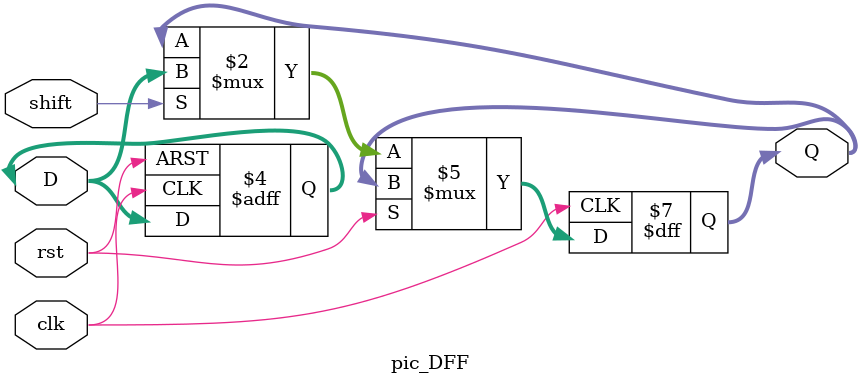
<source format=v>
module pic_DFF(
    input clk,
    input rst,
    input shift,
    input [159:0] D,
    output reg [159:0] Q
);

    always@(posedge clk or posedge rst)begin
        if(rst)
            D <= 160'd0;
        else if(shift)
            Q[159:0] <= D[159:0];   
    end
    
endmodule



</source>
